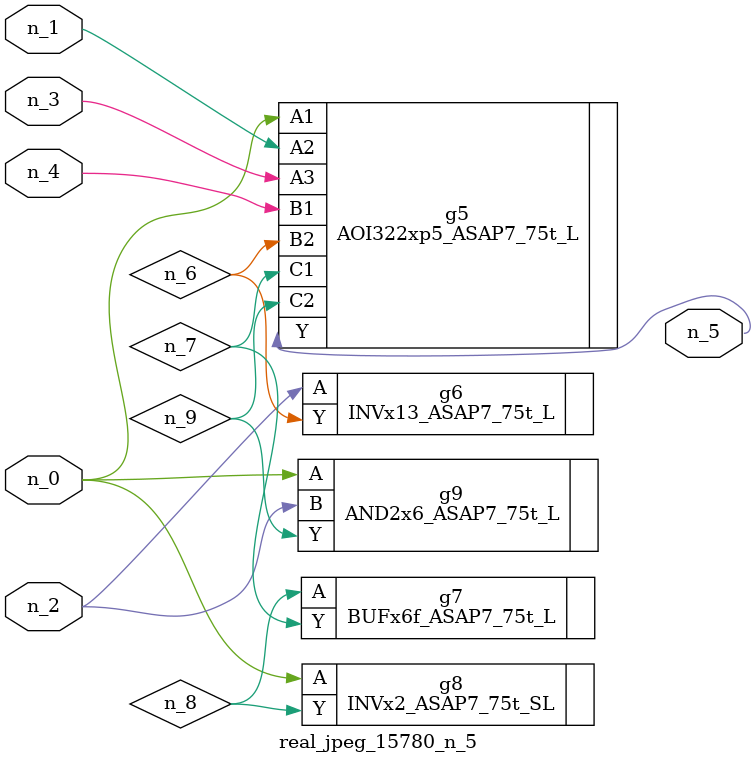
<source format=v>
module real_jpeg_15780_n_5 (n_4, n_0, n_1, n_2, n_3, n_5);

input n_4;
input n_0;
input n_1;
input n_2;
input n_3;

output n_5;

wire n_8;
wire n_6;
wire n_7;
wire n_9;

AOI322xp5_ASAP7_75t_L g5 ( 
.A1(n_0),
.A2(n_1),
.A3(n_3),
.B1(n_4),
.B2(n_6),
.C1(n_7),
.C2(n_9),
.Y(n_5)
);

INVx2_ASAP7_75t_SL g8 ( 
.A(n_0),
.Y(n_8)
);

AND2x6_ASAP7_75t_L g9 ( 
.A(n_0),
.B(n_2),
.Y(n_9)
);

INVx13_ASAP7_75t_L g6 ( 
.A(n_2),
.Y(n_6)
);

BUFx6f_ASAP7_75t_L g7 ( 
.A(n_8),
.Y(n_7)
);


endmodule
</source>
